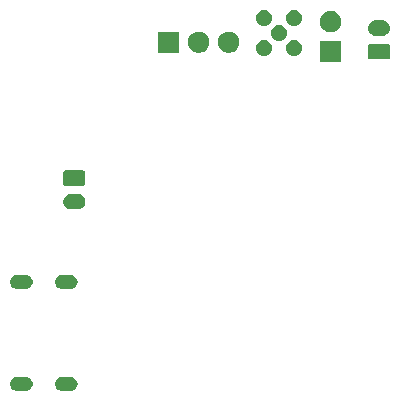
<source format=gbs>
G04 #@! TF.GenerationSoftware,KiCad,Pcbnew,(5.1.5-0)*
G04 #@! TF.CreationDate,2021-10-12T13:01:33-06:00*
G04 #@! TF.ProjectId,TPS61165-heater,54505336-3131-4363-952d-686561746572,rev?*
G04 #@! TF.SameCoordinates,Original*
G04 #@! TF.FileFunction,Soldermask,Bot*
G04 #@! TF.FilePolarity,Negative*
%FSLAX46Y46*%
G04 Gerber Fmt 4.6, Leading zero omitted, Abs format (unit mm)*
G04 Created by KiCad (PCBNEW (5.1.5-0)) date 2021-10-12 13:01:33*
%MOMM*%
%LPD*%
G04 APERTURE LIST*
%ADD10C,0.100000*%
G04 APERTURE END LIST*
D10*
G36*
X122792818Y-87527696D02*
G01*
X122906105Y-87562062D01*
X123010512Y-87617869D01*
X123102027Y-87692973D01*
X123177131Y-87784488D01*
X123232938Y-87888895D01*
X123267304Y-88002182D01*
X123278907Y-88120000D01*
X123267304Y-88237818D01*
X123232938Y-88351105D01*
X123177131Y-88455512D01*
X123102027Y-88547027D01*
X123010512Y-88622131D01*
X122906105Y-88677938D01*
X122792818Y-88712304D01*
X122704519Y-88721000D01*
X121945481Y-88721000D01*
X121857182Y-88712304D01*
X121743895Y-88677938D01*
X121639488Y-88622131D01*
X121547973Y-88547027D01*
X121472869Y-88455512D01*
X121417062Y-88351105D01*
X121382696Y-88237818D01*
X121371093Y-88120000D01*
X121382696Y-88002182D01*
X121417062Y-87888895D01*
X121472869Y-87784488D01*
X121547973Y-87692973D01*
X121639488Y-87617869D01*
X121743895Y-87562062D01*
X121857182Y-87527696D01*
X121945481Y-87519000D01*
X122704519Y-87519000D01*
X122792818Y-87527696D01*
G37*
G36*
X118992818Y-87527696D02*
G01*
X119106105Y-87562062D01*
X119210512Y-87617869D01*
X119302027Y-87692973D01*
X119377131Y-87784488D01*
X119432938Y-87888895D01*
X119467304Y-88002182D01*
X119478907Y-88120000D01*
X119467304Y-88237818D01*
X119432938Y-88351105D01*
X119377131Y-88455512D01*
X119302027Y-88547027D01*
X119210512Y-88622131D01*
X119106105Y-88677938D01*
X118992818Y-88712304D01*
X118904519Y-88721000D01*
X118145481Y-88721000D01*
X118057182Y-88712304D01*
X117943895Y-88677938D01*
X117839488Y-88622131D01*
X117747973Y-88547027D01*
X117672869Y-88455512D01*
X117617062Y-88351105D01*
X117582696Y-88237818D01*
X117571093Y-88120000D01*
X117582696Y-88002182D01*
X117617062Y-87888895D01*
X117672869Y-87784488D01*
X117747973Y-87692973D01*
X117839488Y-87617869D01*
X117943895Y-87562062D01*
X118057182Y-87527696D01*
X118145481Y-87519000D01*
X118904519Y-87519000D01*
X118992818Y-87527696D01*
G37*
G36*
X122792818Y-78887696D02*
G01*
X122906105Y-78922062D01*
X123010512Y-78977869D01*
X123102027Y-79052973D01*
X123177131Y-79144488D01*
X123232938Y-79248895D01*
X123267304Y-79362182D01*
X123278907Y-79480000D01*
X123267304Y-79597818D01*
X123232938Y-79711105D01*
X123177131Y-79815512D01*
X123102027Y-79907027D01*
X123010512Y-79982131D01*
X122906105Y-80037938D01*
X122792818Y-80072304D01*
X122704519Y-80081000D01*
X121945481Y-80081000D01*
X121857182Y-80072304D01*
X121743895Y-80037938D01*
X121639488Y-79982131D01*
X121547973Y-79907027D01*
X121472869Y-79815512D01*
X121417062Y-79711105D01*
X121382696Y-79597818D01*
X121371093Y-79480000D01*
X121382696Y-79362182D01*
X121417062Y-79248895D01*
X121472869Y-79144488D01*
X121547973Y-79052973D01*
X121639488Y-78977869D01*
X121743895Y-78922062D01*
X121857182Y-78887696D01*
X121945481Y-78879000D01*
X122704519Y-78879000D01*
X122792818Y-78887696D01*
G37*
G36*
X118992818Y-78887696D02*
G01*
X119106105Y-78922062D01*
X119210512Y-78977869D01*
X119302027Y-79052973D01*
X119377131Y-79144488D01*
X119432938Y-79248895D01*
X119467304Y-79362182D01*
X119478907Y-79480000D01*
X119467304Y-79597818D01*
X119432938Y-79711105D01*
X119377131Y-79815512D01*
X119302027Y-79907027D01*
X119210512Y-79982131D01*
X119106105Y-80037938D01*
X118992818Y-80072304D01*
X118904519Y-80081000D01*
X118145481Y-80081000D01*
X118057182Y-80072304D01*
X117943895Y-80037938D01*
X117839488Y-79982131D01*
X117747973Y-79907027D01*
X117672869Y-79815512D01*
X117617062Y-79711105D01*
X117582696Y-79597818D01*
X117571093Y-79480000D01*
X117582696Y-79362182D01*
X117617062Y-79248895D01*
X117672869Y-79144488D01*
X117747973Y-79052973D01*
X117839488Y-78977869D01*
X117943895Y-78922062D01*
X118057182Y-78887696D01*
X118145481Y-78879000D01*
X118904519Y-78879000D01*
X118992818Y-78887696D01*
G37*
G36*
X123338855Y-72052140D02*
G01*
X123402618Y-72058420D01*
X123493404Y-72085960D01*
X123525336Y-72095646D01*
X123638425Y-72156094D01*
X123737554Y-72237446D01*
X123818906Y-72336575D01*
X123879354Y-72449664D01*
X123879355Y-72449668D01*
X123916580Y-72572382D01*
X123929149Y-72700000D01*
X123916580Y-72827618D01*
X123889040Y-72918404D01*
X123879354Y-72950336D01*
X123818906Y-73063425D01*
X123737554Y-73162554D01*
X123638425Y-73243906D01*
X123525336Y-73304354D01*
X123493404Y-73314040D01*
X123402618Y-73341580D01*
X123338855Y-73347860D01*
X123306974Y-73351000D01*
X122693026Y-73351000D01*
X122661145Y-73347860D01*
X122597382Y-73341580D01*
X122506596Y-73314040D01*
X122474664Y-73304354D01*
X122361575Y-73243906D01*
X122262446Y-73162554D01*
X122181094Y-73063425D01*
X122120646Y-72950336D01*
X122110960Y-72918404D01*
X122083420Y-72827618D01*
X122070851Y-72700000D01*
X122083420Y-72572382D01*
X122120645Y-72449668D01*
X122120646Y-72449664D01*
X122181094Y-72336575D01*
X122262446Y-72237446D01*
X122361575Y-72156094D01*
X122474664Y-72095646D01*
X122506596Y-72085960D01*
X122597382Y-72058420D01*
X122661145Y-72052140D01*
X122693026Y-72049000D01*
X123306974Y-72049000D01*
X123338855Y-72052140D01*
G37*
G36*
X123766242Y-70053404D02*
G01*
X123803337Y-70064657D01*
X123837515Y-70082925D01*
X123867481Y-70107519D01*
X123892075Y-70137485D01*
X123910343Y-70171663D01*
X123921596Y-70208758D01*
X123926000Y-70253474D01*
X123926000Y-71146526D01*
X123921596Y-71191242D01*
X123910343Y-71228337D01*
X123892075Y-71262515D01*
X123867481Y-71292481D01*
X123837515Y-71317075D01*
X123803337Y-71335343D01*
X123766242Y-71346596D01*
X123721526Y-71351000D01*
X122278474Y-71351000D01*
X122233758Y-71346596D01*
X122196663Y-71335343D01*
X122162485Y-71317075D01*
X122132519Y-71292481D01*
X122107925Y-71262515D01*
X122089657Y-71228337D01*
X122078404Y-71191242D01*
X122074000Y-71146526D01*
X122074000Y-70253474D01*
X122078404Y-70208758D01*
X122089657Y-70171663D01*
X122107925Y-70137485D01*
X122132519Y-70107519D01*
X122162485Y-70082925D01*
X122196663Y-70064657D01*
X122233758Y-70053404D01*
X122278474Y-70049000D01*
X123721526Y-70049000D01*
X123766242Y-70053404D01*
G37*
G36*
X145601000Y-60901000D02*
G01*
X143799000Y-60901000D01*
X143799000Y-59099000D01*
X145601000Y-59099000D01*
X145601000Y-60901000D01*
G37*
G36*
X149566242Y-59353404D02*
G01*
X149603337Y-59364657D01*
X149637515Y-59382925D01*
X149667481Y-59407519D01*
X149692075Y-59437485D01*
X149710343Y-59471663D01*
X149721596Y-59508758D01*
X149726000Y-59553474D01*
X149726000Y-60446526D01*
X149721596Y-60491242D01*
X149710343Y-60528337D01*
X149692075Y-60562515D01*
X149667481Y-60592481D01*
X149637515Y-60617075D01*
X149603337Y-60635343D01*
X149566242Y-60646596D01*
X149521526Y-60651000D01*
X148078474Y-60651000D01*
X148033758Y-60646596D01*
X147996663Y-60635343D01*
X147962485Y-60617075D01*
X147932519Y-60592481D01*
X147907925Y-60562515D01*
X147889657Y-60528337D01*
X147878404Y-60491242D01*
X147874000Y-60446526D01*
X147874000Y-59553474D01*
X147878404Y-59508758D01*
X147889657Y-59471663D01*
X147907925Y-59437485D01*
X147932519Y-59407519D01*
X147962485Y-59382925D01*
X147996663Y-59364657D01*
X148033758Y-59353404D01*
X148078474Y-59349000D01*
X149521526Y-59349000D01*
X149566242Y-59353404D01*
G37*
G36*
X141709300Y-59037595D02*
G01*
X141795724Y-59054786D01*
X141917838Y-59105367D01*
X142027738Y-59178800D01*
X142121200Y-59272262D01*
X142194633Y-59382162D01*
X142245214Y-59504276D01*
X142271000Y-59633912D01*
X142271000Y-59766088D01*
X142245214Y-59895724D01*
X142194633Y-60017838D01*
X142121200Y-60127738D01*
X142027738Y-60221200D01*
X141917838Y-60294633D01*
X141795724Y-60345214D01*
X141709300Y-60362405D01*
X141666089Y-60371000D01*
X141533911Y-60371000D01*
X141490700Y-60362405D01*
X141404276Y-60345214D01*
X141282162Y-60294633D01*
X141172262Y-60221200D01*
X141078800Y-60127738D01*
X141005367Y-60017838D01*
X140954786Y-59895724D01*
X140929000Y-59766088D01*
X140929000Y-59633912D01*
X140954786Y-59504276D01*
X141005367Y-59382162D01*
X141078800Y-59272262D01*
X141172262Y-59178800D01*
X141282162Y-59105367D01*
X141404276Y-59054786D01*
X141490700Y-59037595D01*
X141533911Y-59029000D01*
X141666089Y-59029000D01*
X141709300Y-59037595D01*
G37*
G36*
X139169300Y-59037595D02*
G01*
X139255724Y-59054786D01*
X139377838Y-59105367D01*
X139487738Y-59178800D01*
X139581200Y-59272262D01*
X139654633Y-59382162D01*
X139705214Y-59504276D01*
X139731000Y-59633912D01*
X139731000Y-59766088D01*
X139705214Y-59895724D01*
X139654633Y-60017838D01*
X139581200Y-60127738D01*
X139487738Y-60221200D01*
X139377838Y-60294633D01*
X139255724Y-60345214D01*
X139169300Y-60362405D01*
X139126089Y-60371000D01*
X138993911Y-60371000D01*
X138950700Y-60362405D01*
X138864276Y-60345214D01*
X138742162Y-60294633D01*
X138632262Y-60221200D01*
X138538800Y-60127738D01*
X138465367Y-60017838D01*
X138414786Y-59895724D01*
X138389000Y-59766088D01*
X138389000Y-59633912D01*
X138414786Y-59504276D01*
X138465367Y-59382162D01*
X138538800Y-59272262D01*
X138632262Y-59178800D01*
X138742162Y-59105367D01*
X138864276Y-59054786D01*
X138950700Y-59037595D01*
X138993911Y-59029000D01*
X139126089Y-59029000D01*
X139169300Y-59037595D01*
G37*
G36*
X131901000Y-60101000D02*
G01*
X130099000Y-60101000D01*
X130099000Y-58299000D01*
X131901000Y-58299000D01*
X131901000Y-60101000D01*
G37*
G36*
X133653512Y-58303927D02*
G01*
X133802812Y-58333624D01*
X133966784Y-58401544D01*
X134114354Y-58500147D01*
X134239853Y-58625646D01*
X134338456Y-58773216D01*
X134406376Y-58937188D01*
X134423769Y-59024631D01*
X134439829Y-59105369D01*
X134441000Y-59111259D01*
X134441000Y-59288741D01*
X134406376Y-59462812D01*
X134338456Y-59626784D01*
X134239853Y-59774354D01*
X134114354Y-59899853D01*
X133966784Y-59998456D01*
X133802812Y-60066376D01*
X133653512Y-60096073D01*
X133628742Y-60101000D01*
X133451258Y-60101000D01*
X133426488Y-60096073D01*
X133277188Y-60066376D01*
X133113216Y-59998456D01*
X132965646Y-59899853D01*
X132840147Y-59774354D01*
X132741544Y-59626784D01*
X132673624Y-59462812D01*
X132639000Y-59288741D01*
X132639000Y-59111259D01*
X132640172Y-59105369D01*
X132656231Y-59024631D01*
X132673624Y-58937188D01*
X132741544Y-58773216D01*
X132840147Y-58625646D01*
X132965646Y-58500147D01*
X133113216Y-58401544D01*
X133277188Y-58333624D01*
X133426488Y-58303927D01*
X133451258Y-58299000D01*
X133628742Y-58299000D01*
X133653512Y-58303927D01*
G37*
G36*
X136193512Y-58303927D02*
G01*
X136342812Y-58333624D01*
X136506784Y-58401544D01*
X136654354Y-58500147D01*
X136779853Y-58625646D01*
X136878456Y-58773216D01*
X136946376Y-58937188D01*
X136963769Y-59024631D01*
X136979829Y-59105369D01*
X136981000Y-59111259D01*
X136981000Y-59288741D01*
X136946376Y-59462812D01*
X136878456Y-59626784D01*
X136779853Y-59774354D01*
X136654354Y-59899853D01*
X136506784Y-59998456D01*
X136342812Y-60066376D01*
X136193512Y-60096073D01*
X136168742Y-60101000D01*
X135991258Y-60101000D01*
X135966488Y-60096073D01*
X135817188Y-60066376D01*
X135653216Y-59998456D01*
X135505646Y-59899853D01*
X135380147Y-59774354D01*
X135281544Y-59626784D01*
X135213624Y-59462812D01*
X135179000Y-59288741D01*
X135179000Y-59111259D01*
X135180172Y-59105369D01*
X135196231Y-59024631D01*
X135213624Y-58937188D01*
X135281544Y-58773216D01*
X135380147Y-58625646D01*
X135505646Y-58500147D01*
X135653216Y-58401544D01*
X135817188Y-58333624D01*
X135966488Y-58303927D01*
X135991258Y-58299000D01*
X136168742Y-58299000D01*
X136193512Y-58303927D01*
G37*
G36*
X140439300Y-57767595D02*
G01*
X140525724Y-57784786D01*
X140647838Y-57835367D01*
X140757738Y-57908800D01*
X140851200Y-58002262D01*
X140924633Y-58112162D01*
X140975214Y-58234276D01*
X140988088Y-58299000D01*
X141001000Y-58363911D01*
X141001000Y-58496089D01*
X140992405Y-58539300D01*
X140975214Y-58625724D01*
X140924633Y-58747838D01*
X140851200Y-58857738D01*
X140757738Y-58951200D01*
X140647838Y-59024633D01*
X140525724Y-59075214D01*
X140439300Y-59092405D01*
X140396089Y-59101000D01*
X140263911Y-59101000D01*
X140220700Y-59092405D01*
X140134276Y-59075214D01*
X140012162Y-59024633D01*
X139902262Y-58951200D01*
X139808800Y-58857738D01*
X139735367Y-58747838D01*
X139684786Y-58625724D01*
X139667595Y-58539300D01*
X139659000Y-58496089D01*
X139659000Y-58363911D01*
X139671912Y-58299000D01*
X139684786Y-58234276D01*
X139735367Y-58112162D01*
X139808800Y-58002262D01*
X139902262Y-57908800D01*
X140012162Y-57835367D01*
X140134276Y-57784786D01*
X140220700Y-57767595D01*
X140263911Y-57759000D01*
X140396089Y-57759000D01*
X140439300Y-57767595D01*
G37*
G36*
X149138855Y-57352140D02*
G01*
X149202618Y-57358420D01*
X149293404Y-57385960D01*
X149325336Y-57395646D01*
X149438425Y-57456094D01*
X149537554Y-57537446D01*
X149618906Y-57636575D01*
X149679354Y-57749664D01*
X149679355Y-57749668D01*
X149716580Y-57872382D01*
X149729149Y-58000000D01*
X149716580Y-58127618D01*
X149689040Y-58218404D01*
X149679354Y-58250336D01*
X149618906Y-58363425D01*
X149537554Y-58462554D01*
X149438425Y-58543906D01*
X149325336Y-58604354D01*
X149293404Y-58614040D01*
X149202618Y-58641580D01*
X149138855Y-58647860D01*
X149106974Y-58651000D01*
X148493026Y-58651000D01*
X148461145Y-58647860D01*
X148397382Y-58641580D01*
X148306596Y-58614040D01*
X148274664Y-58604354D01*
X148161575Y-58543906D01*
X148062446Y-58462554D01*
X147981094Y-58363425D01*
X147920646Y-58250336D01*
X147910960Y-58218404D01*
X147883420Y-58127618D01*
X147870851Y-58000000D01*
X147883420Y-57872382D01*
X147920645Y-57749668D01*
X147920646Y-57749664D01*
X147981094Y-57636575D01*
X148062446Y-57537446D01*
X148161575Y-57456094D01*
X148274664Y-57395646D01*
X148306596Y-57385960D01*
X148397382Y-57358420D01*
X148461145Y-57352140D01*
X148493026Y-57349000D01*
X149106974Y-57349000D01*
X149138855Y-57352140D01*
G37*
G36*
X144813512Y-56563927D02*
G01*
X144962812Y-56593624D01*
X145126784Y-56661544D01*
X145274354Y-56760147D01*
X145399853Y-56885646D01*
X145498456Y-57033216D01*
X145566376Y-57197188D01*
X145601000Y-57371259D01*
X145601000Y-57548741D01*
X145566376Y-57722812D01*
X145498456Y-57886784D01*
X145399853Y-58034354D01*
X145274354Y-58159853D01*
X145126784Y-58258456D01*
X144962812Y-58326376D01*
X144813512Y-58356073D01*
X144788742Y-58361000D01*
X144611258Y-58361000D01*
X144586488Y-58356073D01*
X144437188Y-58326376D01*
X144273216Y-58258456D01*
X144125646Y-58159853D01*
X144000147Y-58034354D01*
X143901544Y-57886784D01*
X143833624Y-57722812D01*
X143799000Y-57548741D01*
X143799000Y-57371259D01*
X143833624Y-57197188D01*
X143901544Y-57033216D01*
X144000147Y-56885646D01*
X144125646Y-56760147D01*
X144273216Y-56661544D01*
X144437188Y-56593624D01*
X144586488Y-56563927D01*
X144611258Y-56559000D01*
X144788742Y-56559000D01*
X144813512Y-56563927D01*
G37*
G36*
X141709300Y-56497595D02*
G01*
X141795724Y-56514786D01*
X141917838Y-56565367D01*
X142027738Y-56638800D01*
X142121200Y-56732262D01*
X142194633Y-56842162D01*
X142245214Y-56964276D01*
X142271000Y-57093912D01*
X142271000Y-57226088D01*
X142245214Y-57355724D01*
X142194633Y-57477838D01*
X142121200Y-57587738D01*
X142027738Y-57681200D01*
X141917838Y-57754633D01*
X141795724Y-57805214D01*
X141709300Y-57822405D01*
X141666089Y-57831000D01*
X141533911Y-57831000D01*
X141490700Y-57822405D01*
X141404276Y-57805214D01*
X141282162Y-57754633D01*
X141172262Y-57681200D01*
X141078800Y-57587738D01*
X141005367Y-57477838D01*
X140954786Y-57355724D01*
X140929000Y-57226088D01*
X140929000Y-57093912D01*
X140954786Y-56964276D01*
X141005367Y-56842162D01*
X141078800Y-56732262D01*
X141172262Y-56638800D01*
X141282162Y-56565367D01*
X141404276Y-56514786D01*
X141490700Y-56497595D01*
X141533911Y-56489000D01*
X141666089Y-56489000D01*
X141709300Y-56497595D01*
G37*
G36*
X139169300Y-56497595D02*
G01*
X139255724Y-56514786D01*
X139377838Y-56565367D01*
X139487738Y-56638800D01*
X139581200Y-56732262D01*
X139654633Y-56842162D01*
X139705214Y-56964276D01*
X139731000Y-57093912D01*
X139731000Y-57226088D01*
X139705214Y-57355724D01*
X139654633Y-57477838D01*
X139581200Y-57587738D01*
X139487738Y-57681200D01*
X139377838Y-57754633D01*
X139255724Y-57805214D01*
X139169300Y-57822405D01*
X139126089Y-57831000D01*
X138993911Y-57831000D01*
X138950700Y-57822405D01*
X138864276Y-57805214D01*
X138742162Y-57754633D01*
X138632262Y-57681200D01*
X138538800Y-57587738D01*
X138465367Y-57477838D01*
X138414786Y-57355724D01*
X138389000Y-57226088D01*
X138389000Y-57093912D01*
X138414786Y-56964276D01*
X138465367Y-56842162D01*
X138538800Y-56732262D01*
X138632262Y-56638800D01*
X138742162Y-56565367D01*
X138864276Y-56514786D01*
X138950700Y-56497595D01*
X138993911Y-56489000D01*
X139126089Y-56489000D01*
X139169300Y-56497595D01*
G37*
M02*

</source>
